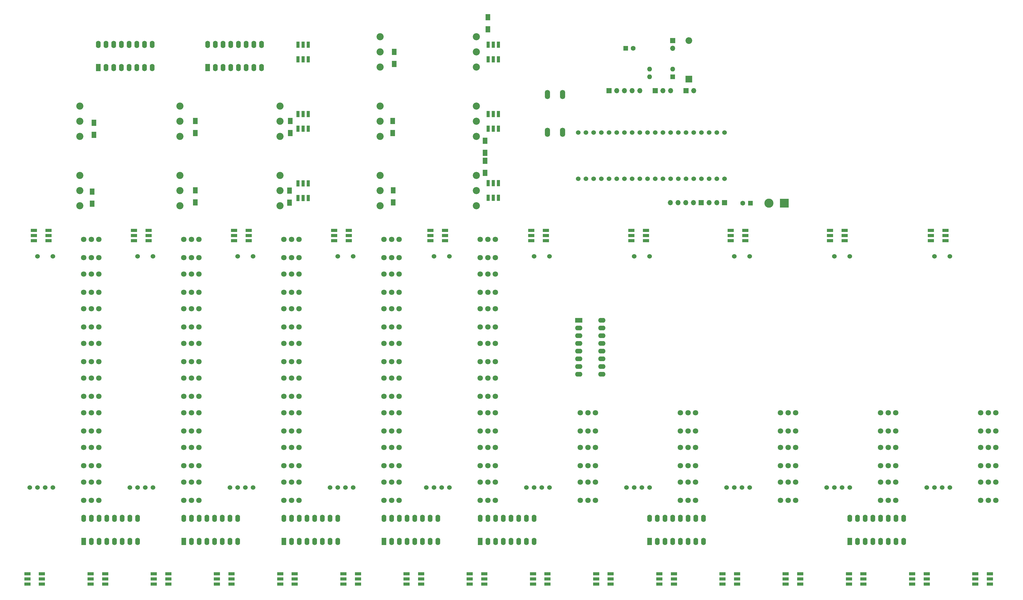
<source format=gbr>
G04 #@! TF.FileFunction,Soldermask,Top*
%FSLAX46Y46*%
G04 Gerber Fmt 4.6, Leading zero omitted, Abs format (unit mm)*
G04 Created by KiCad (PCBNEW 4.0.7) date 05/05/18 03:18:50*
%MOMM*%
%LPD*%
G01*
G04 APERTURE LIST*
%ADD10C,0.100000*%
%ADD11C,1.800000*%
%ADD12C,1.524000*%
%ADD13R,1.600000X2.400000*%
%ADD14O,1.600000X2.400000*%
%ADD15C,2.340000*%
%ADD16R,2.000000X1.100000*%
%ADD17R,1.600000X2.000000*%
%ADD18R,2.200000X2.200000*%
%ADD19O,2.200000X2.200000*%
%ADD20R,1.700000X1.700000*%
%ADD21O,1.700000X1.700000*%
%ADD22O,1.727200X3.048000*%
%ADD23R,1.600000X1.600000*%
%ADD24O,1.600000X1.600000*%
%ADD25R,2.400000X1.600000*%
%ADD26O,2.400000X1.600000*%
%ADD27R,1.100000X2.000000*%
%ADD28C,1.600000*%
%ADD29R,3.000000X3.000000*%
%ADD30C,3.000000*%
G04 APERTURE END LIST*
D10*
D11*
X195580000Y-137620000D03*
X198080000Y-137620000D03*
X193080000Y-137620000D03*
X193080000Y-131620000D03*
X195580000Y-131620000D03*
X198080000Y-131620000D03*
D12*
X82550000Y-201930000D03*
X85090000Y-201930000D03*
X80010000Y-201930000D03*
X77470000Y-201930000D03*
X85090000Y-125730000D03*
X80010000Y-125730000D03*
D13*
X67056000Y-63500000D03*
D14*
X84836000Y-55880000D03*
X69596000Y-63500000D03*
X82296000Y-55880000D03*
X72136000Y-63500000D03*
X79756000Y-55880000D03*
X74676000Y-63500000D03*
X77216000Y-55880000D03*
X77216000Y-63500000D03*
X74676000Y-55880000D03*
X79756000Y-63500000D03*
X72136000Y-55880000D03*
X82296000Y-63500000D03*
X69596000Y-55880000D03*
X84836000Y-63500000D03*
X67056000Y-55880000D03*
D12*
X49530000Y-201930000D03*
X52070000Y-201930000D03*
X46990000Y-201930000D03*
X44450000Y-201930000D03*
X52070000Y-125730000D03*
X46990000Y-125730000D03*
X115570000Y-201930000D03*
X118110000Y-201930000D03*
X113030000Y-201930000D03*
X110490000Y-201930000D03*
X118110000Y-125730000D03*
X113030000Y-125730000D03*
X148590000Y-201930000D03*
X151130000Y-201930000D03*
X146050000Y-201930000D03*
X143510000Y-201930000D03*
X151130000Y-125730000D03*
X146050000Y-125730000D03*
X180340000Y-201930000D03*
X182880000Y-201930000D03*
X177800000Y-201930000D03*
X175260000Y-201930000D03*
X182880000Y-125730000D03*
X177800000Y-125730000D03*
X213360000Y-201930000D03*
X215900000Y-201930000D03*
X210820000Y-201930000D03*
X208280000Y-201930000D03*
X215900000Y-125730000D03*
X210820000Y-125730000D03*
X246380000Y-201930000D03*
X248920000Y-201930000D03*
X243840000Y-201930000D03*
X241300000Y-201930000D03*
X248920000Y-125730000D03*
X243840000Y-125730000D03*
X279400000Y-201930000D03*
X281940000Y-201930000D03*
X276860000Y-201930000D03*
X274320000Y-201930000D03*
X281940000Y-125730000D03*
X276860000Y-125730000D03*
X312420000Y-201930000D03*
X314960000Y-201930000D03*
X309880000Y-201930000D03*
X307340000Y-201930000D03*
X314960000Y-125730000D03*
X309880000Y-125730000D03*
X345440000Y-201930000D03*
X347980000Y-201930000D03*
X342900000Y-201930000D03*
X340360000Y-201930000D03*
X347980000Y-125730000D03*
X342900000Y-125730000D03*
D15*
X93980000Y-109060000D03*
X93980000Y-104060000D03*
X93980000Y-99060000D03*
X93980000Y-86200000D03*
X93980000Y-81200000D03*
X93980000Y-76200000D03*
X127000000Y-109060000D03*
X127000000Y-104060000D03*
X127000000Y-99060000D03*
X127000000Y-86200000D03*
X127000000Y-81200000D03*
X127000000Y-76200000D03*
X160020000Y-109060000D03*
X160020000Y-104060000D03*
X160020000Y-99060000D03*
X160020000Y-63340000D03*
X160020000Y-58340000D03*
X160020000Y-53340000D03*
X160020000Y-86200000D03*
X160020000Y-81200000D03*
X160020000Y-76200000D03*
X191770000Y-109060000D03*
X191770000Y-104060000D03*
X191770000Y-99060000D03*
X191770000Y-63340000D03*
X191770000Y-58340000D03*
X191770000Y-53340000D03*
X191770000Y-86200000D03*
X191770000Y-81200000D03*
X191770000Y-76200000D03*
D16*
X346570000Y-120572000D03*
X346570000Y-118872000D03*
X346570000Y-117172000D03*
X341770000Y-117172000D03*
X341770000Y-118872000D03*
X341770000Y-120572000D03*
X313296000Y-120572000D03*
X313296000Y-118872000D03*
X313296000Y-117172000D03*
X308496000Y-117172000D03*
X308496000Y-118872000D03*
X308496000Y-120572000D03*
D15*
X60960000Y-109060000D03*
X60960000Y-104060000D03*
X60960000Y-99060000D03*
X60960000Y-86200000D03*
X60960000Y-81200000D03*
X60960000Y-76200000D03*
D11*
X64770000Y-126190000D03*
X67270000Y-126190000D03*
X62270000Y-126190000D03*
X62270000Y-120190000D03*
X64770000Y-120190000D03*
X67270000Y-120190000D03*
X64770000Y-137620000D03*
X67270000Y-137620000D03*
X62270000Y-137620000D03*
X62270000Y-131620000D03*
X64770000Y-131620000D03*
X67270000Y-131620000D03*
X64770000Y-149050000D03*
X67270000Y-149050000D03*
X62270000Y-149050000D03*
X62270000Y-143050000D03*
X64770000Y-143050000D03*
X67270000Y-143050000D03*
X64770000Y-160480000D03*
X67270000Y-160480000D03*
X62270000Y-160480000D03*
X62270000Y-154480000D03*
X64770000Y-154480000D03*
X67270000Y-154480000D03*
X64770000Y-171910000D03*
X67270000Y-171910000D03*
X62270000Y-171910000D03*
X62270000Y-165910000D03*
X64770000Y-165910000D03*
X67270000Y-165910000D03*
X64770000Y-183340000D03*
X67270000Y-183340000D03*
X62270000Y-183340000D03*
X62270000Y-177340000D03*
X64770000Y-177340000D03*
X67270000Y-177340000D03*
X64770000Y-194770000D03*
X67270000Y-194770000D03*
X62270000Y-194770000D03*
X62270000Y-188770000D03*
X64770000Y-188770000D03*
X67270000Y-188770000D03*
X64770000Y-206200000D03*
X67270000Y-206200000D03*
X62270000Y-206200000D03*
X62270000Y-200200000D03*
X64770000Y-200200000D03*
X67270000Y-200200000D03*
X97790000Y-126190000D03*
X100290000Y-126190000D03*
X95290000Y-126190000D03*
X95290000Y-120190000D03*
X97790000Y-120190000D03*
X100290000Y-120190000D03*
X97790000Y-137620000D03*
X100290000Y-137620000D03*
X95290000Y-137620000D03*
X95290000Y-131620000D03*
X97790000Y-131620000D03*
X100290000Y-131620000D03*
X97790000Y-149050000D03*
X100290000Y-149050000D03*
X95290000Y-149050000D03*
X95290000Y-143050000D03*
X97790000Y-143050000D03*
X100290000Y-143050000D03*
X97790000Y-160480000D03*
X100290000Y-160480000D03*
X95290000Y-160480000D03*
X95290000Y-154480000D03*
X97790000Y-154480000D03*
X100290000Y-154480000D03*
X97790000Y-171910000D03*
X100290000Y-171910000D03*
X95290000Y-171910000D03*
X95290000Y-165910000D03*
X97790000Y-165910000D03*
X100290000Y-165910000D03*
X97790000Y-183340000D03*
X100290000Y-183340000D03*
X95290000Y-183340000D03*
X95290000Y-177340000D03*
X97790000Y-177340000D03*
X100290000Y-177340000D03*
X97790000Y-194770000D03*
X100290000Y-194770000D03*
X95290000Y-194770000D03*
X95290000Y-188770000D03*
X97790000Y-188770000D03*
X100290000Y-188770000D03*
X97790000Y-206200000D03*
X100290000Y-206200000D03*
X95290000Y-206200000D03*
X95290000Y-200200000D03*
X97790000Y-200200000D03*
X100290000Y-200200000D03*
X130810000Y-126190000D03*
X133310000Y-126190000D03*
X128310000Y-126190000D03*
X128310000Y-120190000D03*
X130810000Y-120190000D03*
X133310000Y-120190000D03*
X130810000Y-137620000D03*
X133310000Y-137620000D03*
X128310000Y-137620000D03*
X128310000Y-131620000D03*
X130810000Y-131620000D03*
X133310000Y-131620000D03*
X130810000Y-149050000D03*
X133310000Y-149050000D03*
X128310000Y-149050000D03*
X128310000Y-143050000D03*
X130810000Y-143050000D03*
X133310000Y-143050000D03*
X130810000Y-160480000D03*
X133310000Y-160480000D03*
X128310000Y-160480000D03*
X128310000Y-154480000D03*
X130810000Y-154480000D03*
X133310000Y-154480000D03*
X130810000Y-171910000D03*
X133310000Y-171910000D03*
X128310000Y-171910000D03*
X128310000Y-165910000D03*
X130810000Y-165910000D03*
X133310000Y-165910000D03*
X130810000Y-183340000D03*
X133310000Y-183340000D03*
X128310000Y-183340000D03*
X128310000Y-177340000D03*
X130810000Y-177340000D03*
X133310000Y-177340000D03*
X130810000Y-194770000D03*
X133310000Y-194770000D03*
X128310000Y-194770000D03*
X128310000Y-188770000D03*
X130810000Y-188770000D03*
X133310000Y-188770000D03*
X130810000Y-206200000D03*
X133310000Y-206200000D03*
X128310000Y-206200000D03*
X128310000Y-200200000D03*
X130810000Y-200200000D03*
X133310000Y-200200000D03*
X163830000Y-126190000D03*
X166330000Y-126190000D03*
X161330000Y-126190000D03*
X161330000Y-120190000D03*
X163830000Y-120190000D03*
X166330000Y-120190000D03*
X163830000Y-137620000D03*
X166330000Y-137620000D03*
X161330000Y-137620000D03*
X161330000Y-131620000D03*
X163830000Y-131620000D03*
X166330000Y-131620000D03*
X163830000Y-149050000D03*
X166330000Y-149050000D03*
X161330000Y-149050000D03*
X161330000Y-143050000D03*
X163830000Y-143050000D03*
X166330000Y-143050000D03*
X163830000Y-160480000D03*
X166330000Y-160480000D03*
X161330000Y-160480000D03*
X161330000Y-154480000D03*
X163830000Y-154480000D03*
X166330000Y-154480000D03*
X163830000Y-171910000D03*
X166330000Y-171910000D03*
X161330000Y-171910000D03*
X161330000Y-165910000D03*
X163830000Y-165910000D03*
X166330000Y-165910000D03*
X163830000Y-183340000D03*
X166330000Y-183340000D03*
X161330000Y-183340000D03*
X161330000Y-177340000D03*
X163830000Y-177340000D03*
X166330000Y-177340000D03*
X163830000Y-194770000D03*
X166330000Y-194770000D03*
X161330000Y-194770000D03*
X161330000Y-188770000D03*
X163830000Y-188770000D03*
X166330000Y-188770000D03*
X163830000Y-206200000D03*
X166330000Y-206200000D03*
X161330000Y-206200000D03*
X161330000Y-200200000D03*
X163830000Y-200200000D03*
X166330000Y-200200000D03*
X195580000Y-126190000D03*
X198080000Y-126190000D03*
X193080000Y-126190000D03*
X193080000Y-120190000D03*
X195580000Y-120190000D03*
X198080000Y-120190000D03*
X195580000Y-149050000D03*
X198080000Y-149050000D03*
X193080000Y-149050000D03*
X193080000Y-143050000D03*
X195580000Y-143050000D03*
X198080000Y-143050000D03*
X195580000Y-160480000D03*
X198080000Y-160480000D03*
X193080000Y-160480000D03*
X193080000Y-154480000D03*
X195580000Y-154480000D03*
X198080000Y-154480000D03*
X195580000Y-171910000D03*
X198080000Y-171910000D03*
X193080000Y-171910000D03*
X193080000Y-165910000D03*
X195580000Y-165910000D03*
X198080000Y-165910000D03*
X195580000Y-183340000D03*
X198080000Y-183340000D03*
X193080000Y-183340000D03*
X193080000Y-177340000D03*
X195580000Y-177340000D03*
X198080000Y-177340000D03*
X195580000Y-194770000D03*
X198080000Y-194770000D03*
X193080000Y-194770000D03*
X193080000Y-188770000D03*
X195580000Y-188770000D03*
X198080000Y-188770000D03*
X195580000Y-206200000D03*
X198080000Y-206200000D03*
X193080000Y-206200000D03*
X193080000Y-200200000D03*
X195580000Y-200200000D03*
X198080000Y-200200000D03*
X228600000Y-183340000D03*
X231100000Y-183340000D03*
X226100000Y-183340000D03*
X226100000Y-177340000D03*
X228600000Y-177340000D03*
X231100000Y-177340000D03*
X228600000Y-194770000D03*
X231100000Y-194770000D03*
X226100000Y-194770000D03*
X226100000Y-188770000D03*
X228600000Y-188770000D03*
X231100000Y-188770000D03*
X228600000Y-206200000D03*
X231100000Y-206200000D03*
X226100000Y-206200000D03*
X226100000Y-200200000D03*
X228600000Y-200200000D03*
X231100000Y-200200000D03*
X261620000Y-183340000D03*
X264120000Y-183340000D03*
X259120000Y-183340000D03*
X259120000Y-177340000D03*
X261620000Y-177340000D03*
X264120000Y-177340000D03*
X261620000Y-194770000D03*
X264120000Y-194770000D03*
X259120000Y-194770000D03*
X259120000Y-188770000D03*
X261620000Y-188770000D03*
X264120000Y-188770000D03*
X261620000Y-206200000D03*
X264120000Y-206200000D03*
X259120000Y-206200000D03*
X259120000Y-200200000D03*
X261620000Y-200200000D03*
X264120000Y-200200000D03*
X294640000Y-183340000D03*
X297140000Y-183340000D03*
X292140000Y-183340000D03*
X292140000Y-177340000D03*
X294640000Y-177340000D03*
X297140000Y-177340000D03*
X294640000Y-194770000D03*
X297140000Y-194770000D03*
X292140000Y-194770000D03*
X292140000Y-188770000D03*
X294640000Y-188770000D03*
X297140000Y-188770000D03*
X294640000Y-206200000D03*
X297140000Y-206200000D03*
X292140000Y-206200000D03*
X292140000Y-200200000D03*
X294640000Y-200200000D03*
X297140000Y-200200000D03*
X327660000Y-183340000D03*
X330160000Y-183340000D03*
X325160000Y-183340000D03*
X325160000Y-177340000D03*
X327660000Y-177340000D03*
X330160000Y-177340000D03*
X327660000Y-194770000D03*
X330160000Y-194770000D03*
X325160000Y-194770000D03*
X325160000Y-188770000D03*
X327660000Y-188770000D03*
X330160000Y-188770000D03*
X327660000Y-206200000D03*
X330160000Y-206200000D03*
X325160000Y-206200000D03*
X325160000Y-200200000D03*
X327660000Y-200200000D03*
X330160000Y-200200000D03*
X360680000Y-183340000D03*
X363180000Y-183340000D03*
X358180000Y-183340000D03*
X358180000Y-177340000D03*
X360680000Y-177340000D03*
X363180000Y-177340000D03*
X360680000Y-194770000D03*
X363180000Y-194770000D03*
X358180000Y-194770000D03*
X358180000Y-188770000D03*
X360680000Y-188770000D03*
X363180000Y-188770000D03*
X360680000Y-206200000D03*
X363180000Y-206200000D03*
X358180000Y-206200000D03*
X358180000Y-200200000D03*
X360680000Y-200200000D03*
X363180000Y-200200000D03*
D17*
X65024000Y-108394000D03*
X65024000Y-104394000D03*
X65659000Y-85693000D03*
X65659000Y-81693000D03*
X99060000Y-108013000D03*
X99060000Y-104013000D03*
X99060000Y-85153000D03*
X99060000Y-81153000D03*
X130175000Y-108077000D03*
X130175000Y-104077000D03*
X130429000Y-85153000D03*
X130429000Y-81153000D03*
X164338000Y-108013000D03*
X164338000Y-104013000D03*
X164211000Y-85153000D03*
X164211000Y-81153000D03*
X164719000Y-62357000D03*
X164719000Y-58357000D03*
X194691000Y-94266000D03*
X194691000Y-98266000D03*
X194691000Y-91662000D03*
X194691000Y-87662000D03*
X195580000Y-46927000D03*
X195580000Y-50927000D03*
D18*
X261874000Y-67310000D03*
D19*
X261874000Y-54610000D03*
D20*
X265938000Y-108077000D03*
D21*
X263398000Y-108077000D03*
X260858000Y-108077000D03*
X258318000Y-108077000D03*
X255778000Y-108077000D03*
D20*
X273685000Y-108077000D03*
D21*
X271145000Y-108077000D03*
X268605000Y-108077000D03*
D20*
X235585000Y-71120000D03*
D21*
X238125000Y-71120000D03*
X240665000Y-71120000D03*
X243205000Y-71120000D03*
X245745000Y-71120000D03*
D20*
X260985000Y-71120000D03*
D21*
X263525000Y-71120000D03*
D20*
X250825000Y-71120000D03*
D21*
X253365000Y-71120000D03*
X255905000Y-71120000D03*
D20*
X256540000Y-54610000D03*
D21*
X256540000Y-57150000D03*
D22*
X215218000Y-72390000D03*
X220218000Y-72390000D03*
X215218000Y-84890000D03*
X220218000Y-84890000D03*
D23*
X256540000Y-66548000D03*
D24*
X248920000Y-64008000D03*
X256540000Y-64008000D03*
X248920000Y-66548000D03*
D12*
X225428000Y-100206000D03*
X227968000Y-100206000D03*
X230508000Y-100206000D03*
X233048000Y-100206000D03*
X235588000Y-100206000D03*
X238128000Y-100206000D03*
X240668000Y-100206000D03*
X243208000Y-100206000D03*
X245748000Y-100206000D03*
X248288000Y-100206000D03*
X250828000Y-100206000D03*
X253368000Y-100206000D03*
X255908000Y-100206000D03*
X258448000Y-100206000D03*
X260988000Y-100206000D03*
X263528000Y-100206000D03*
X266068000Y-100206000D03*
X268608000Y-100206000D03*
X271148000Y-100206000D03*
X273688000Y-100206000D03*
X273688000Y-84966000D03*
X271148000Y-84966000D03*
X268608000Y-84966000D03*
X266068000Y-84966000D03*
X263528000Y-84966000D03*
X260988000Y-84966000D03*
X258448000Y-84966000D03*
X255908000Y-84966000D03*
X253368000Y-84966000D03*
X250828000Y-84966000D03*
X248288000Y-84966000D03*
X245748000Y-84966000D03*
X243208000Y-84966000D03*
X240668000Y-84966000D03*
X238128000Y-84966000D03*
X235588000Y-84966000D03*
X233048000Y-84966000D03*
X230508000Y-84966000D03*
X227968000Y-84966000D03*
X225428000Y-84966000D03*
D25*
X225552000Y-146812000D03*
D26*
X233172000Y-164592000D03*
X225552000Y-149352000D03*
X233172000Y-162052000D03*
X225552000Y-151892000D03*
X233172000Y-159512000D03*
X225552000Y-154432000D03*
X233172000Y-156972000D03*
X225552000Y-156972000D03*
X233172000Y-154432000D03*
X225552000Y-159512000D03*
X233172000Y-151892000D03*
X225552000Y-162052000D03*
X233172000Y-149352000D03*
X225552000Y-164592000D03*
X233172000Y-146812000D03*
D13*
X103124000Y-63500000D03*
D14*
X120904000Y-55880000D03*
X105664000Y-63500000D03*
X118364000Y-55880000D03*
X108204000Y-63500000D03*
X115824000Y-55880000D03*
X110744000Y-63500000D03*
X113284000Y-55880000D03*
X113284000Y-63500000D03*
X110744000Y-55880000D03*
X115824000Y-63500000D03*
X108204000Y-55880000D03*
X118364000Y-63500000D03*
X105664000Y-55880000D03*
X120904000Y-63500000D03*
X103124000Y-55880000D03*
D13*
X62230000Y-219710000D03*
D14*
X80010000Y-212090000D03*
X64770000Y-219710000D03*
X77470000Y-212090000D03*
X67310000Y-219710000D03*
X74930000Y-212090000D03*
X69850000Y-219710000D03*
X72390000Y-212090000D03*
X72390000Y-219710000D03*
X69850000Y-212090000D03*
X74930000Y-219710000D03*
X67310000Y-212090000D03*
X77470000Y-219710000D03*
X64770000Y-212090000D03*
X80010000Y-219710000D03*
X62230000Y-212090000D03*
D13*
X95250000Y-219710000D03*
D14*
X113030000Y-212090000D03*
X97790000Y-219710000D03*
X110490000Y-212090000D03*
X100330000Y-219710000D03*
X107950000Y-212090000D03*
X102870000Y-219710000D03*
X105410000Y-212090000D03*
X105410000Y-219710000D03*
X102870000Y-212090000D03*
X107950000Y-219710000D03*
X100330000Y-212090000D03*
X110490000Y-219710000D03*
X97790000Y-212090000D03*
X113030000Y-219710000D03*
X95250000Y-212090000D03*
D13*
X128270000Y-219710000D03*
D14*
X146050000Y-212090000D03*
X130810000Y-219710000D03*
X143510000Y-212090000D03*
X133350000Y-219710000D03*
X140970000Y-212090000D03*
X135890000Y-219710000D03*
X138430000Y-212090000D03*
X138430000Y-219710000D03*
X135890000Y-212090000D03*
X140970000Y-219710000D03*
X133350000Y-212090000D03*
X143510000Y-219710000D03*
X130810000Y-212090000D03*
X146050000Y-219710000D03*
X128270000Y-212090000D03*
D13*
X161290000Y-219710000D03*
D14*
X179070000Y-212090000D03*
X163830000Y-219710000D03*
X176530000Y-212090000D03*
X166370000Y-219710000D03*
X173990000Y-212090000D03*
X168910000Y-219710000D03*
X171450000Y-212090000D03*
X171450000Y-219710000D03*
X168910000Y-212090000D03*
X173990000Y-219710000D03*
X166370000Y-212090000D03*
X176530000Y-219710000D03*
X163830000Y-212090000D03*
X179070000Y-219710000D03*
X161290000Y-212090000D03*
D13*
X193040000Y-219710000D03*
D14*
X210820000Y-212090000D03*
X195580000Y-219710000D03*
X208280000Y-212090000D03*
X198120000Y-219710000D03*
X205740000Y-212090000D03*
X200660000Y-219710000D03*
X203200000Y-212090000D03*
X203200000Y-219710000D03*
X200660000Y-212090000D03*
X205740000Y-219710000D03*
X198120000Y-212090000D03*
X208280000Y-219710000D03*
X195580000Y-212090000D03*
X210820000Y-219710000D03*
X193040000Y-212090000D03*
D13*
X248920000Y-219710000D03*
D14*
X266700000Y-212090000D03*
X251460000Y-219710000D03*
X264160000Y-212090000D03*
X254000000Y-219710000D03*
X261620000Y-212090000D03*
X256540000Y-219710000D03*
X259080000Y-212090000D03*
X259080000Y-219710000D03*
X256540000Y-212090000D03*
X261620000Y-219710000D03*
X254000000Y-212090000D03*
X264160000Y-219710000D03*
X251460000Y-212090000D03*
X266700000Y-219710000D03*
X248920000Y-212090000D03*
D13*
X314960000Y-219710000D03*
D14*
X332740000Y-212090000D03*
X317500000Y-219710000D03*
X330200000Y-212090000D03*
X320040000Y-219710000D03*
X327660000Y-212090000D03*
X322580000Y-219710000D03*
X325120000Y-212090000D03*
X325120000Y-219710000D03*
X322580000Y-212090000D03*
X327660000Y-219710000D03*
X320040000Y-212090000D03*
X330200000Y-219710000D03*
X317500000Y-212090000D03*
X332740000Y-219710000D03*
X314960000Y-212090000D03*
D27*
X132920000Y-83680000D03*
X134620000Y-83680000D03*
X136320000Y-83680000D03*
X136320000Y-78880000D03*
X134620000Y-78880000D03*
X132920000Y-78880000D03*
X132920000Y-60820000D03*
X134620000Y-60820000D03*
X136320000Y-60820000D03*
X136320000Y-56020000D03*
X134620000Y-56020000D03*
X132920000Y-56020000D03*
D16*
X116700000Y-120572000D03*
X116700000Y-118872000D03*
X116700000Y-117172000D03*
X111900000Y-117172000D03*
X111900000Y-118872000D03*
X111900000Y-120572000D03*
X83680000Y-120572000D03*
X83680000Y-118872000D03*
X83680000Y-117172000D03*
X78880000Y-117172000D03*
X78880000Y-118872000D03*
X78880000Y-120572000D03*
X50660000Y-120572000D03*
X50660000Y-118872000D03*
X50660000Y-117172000D03*
X45860000Y-117172000D03*
X45860000Y-118872000D03*
X45860000Y-120572000D03*
X280530000Y-120572000D03*
X280530000Y-118872000D03*
X280530000Y-117172000D03*
X275730000Y-117172000D03*
X275730000Y-118872000D03*
X275730000Y-120572000D03*
X247764000Y-120572000D03*
X247764000Y-118872000D03*
X247764000Y-117172000D03*
X242964000Y-117172000D03*
X242964000Y-118872000D03*
X242964000Y-120572000D03*
X214744000Y-120572000D03*
X214744000Y-118872000D03*
X214744000Y-117172000D03*
X209944000Y-117172000D03*
X209944000Y-118872000D03*
X209944000Y-120572000D03*
D27*
X195658000Y-106426000D03*
X197358000Y-106426000D03*
X199058000Y-106426000D03*
X199058000Y-101626000D03*
X197358000Y-101626000D03*
X195658000Y-101626000D03*
X195658000Y-83680000D03*
X197358000Y-83680000D03*
X199058000Y-83680000D03*
X199058000Y-78880000D03*
X197358000Y-78880000D03*
X195658000Y-78880000D03*
X195658000Y-60820000D03*
X197358000Y-60820000D03*
X199058000Y-60820000D03*
X199058000Y-56020000D03*
X197358000Y-56020000D03*
X195658000Y-56020000D03*
D16*
X181470000Y-120572000D03*
X181470000Y-118872000D03*
X181470000Y-117172000D03*
X176670000Y-117172000D03*
X176670000Y-118872000D03*
X176670000Y-120572000D03*
X149720000Y-120572000D03*
X149720000Y-118872000D03*
X149720000Y-117172000D03*
X144920000Y-117172000D03*
X144920000Y-118872000D03*
X144920000Y-120572000D03*
D27*
X132920000Y-106540000D03*
X134620000Y-106540000D03*
X136320000Y-106540000D03*
X136320000Y-101740000D03*
X134620000Y-101740000D03*
X132920000Y-101740000D03*
D16*
X43678817Y-230378000D03*
X43678817Y-232078000D03*
X43678817Y-233778000D03*
X48478817Y-233778000D03*
X48478817Y-232078000D03*
X48478817Y-230378000D03*
X64526095Y-230378000D03*
X64526095Y-232078000D03*
X64526095Y-233778000D03*
X69326095Y-233778000D03*
X69326095Y-232078000D03*
X69326095Y-230378000D03*
X85373373Y-230378000D03*
X85373373Y-232078000D03*
X85373373Y-233778000D03*
X90173373Y-233778000D03*
X90173373Y-232078000D03*
X90173373Y-230378000D03*
X106220651Y-230378000D03*
X106220651Y-232078000D03*
X106220651Y-233778000D03*
X111020651Y-233778000D03*
X111020651Y-232078000D03*
X111020651Y-230378000D03*
X127067929Y-230378000D03*
X127067929Y-232078000D03*
X127067929Y-233778000D03*
X131867929Y-233778000D03*
X131867929Y-232078000D03*
X131867929Y-230378000D03*
X147915207Y-230378000D03*
X147915207Y-232078000D03*
X147915207Y-233778000D03*
X152715207Y-233778000D03*
X152715207Y-232078000D03*
X152715207Y-230378000D03*
X168762485Y-230378000D03*
X168762485Y-232078000D03*
X168762485Y-233778000D03*
X173562485Y-233778000D03*
X173562485Y-232078000D03*
X173562485Y-230378000D03*
X189609763Y-230378000D03*
X189609763Y-232078000D03*
X189609763Y-233778000D03*
X194409763Y-233778000D03*
X194409763Y-232078000D03*
X194409763Y-230378000D03*
X210457041Y-230378000D03*
X210457041Y-232078000D03*
X210457041Y-233778000D03*
X215257041Y-233778000D03*
X215257041Y-232078000D03*
X215257041Y-230378000D03*
X231304319Y-230378000D03*
X231304319Y-232078000D03*
X231304319Y-233778000D03*
X236104319Y-233778000D03*
X236104319Y-232078000D03*
X236104319Y-230378000D03*
X252151597Y-230378000D03*
X252151597Y-232078000D03*
X252151597Y-233778000D03*
X256951597Y-233778000D03*
X256951597Y-232078000D03*
X256951597Y-230378000D03*
X272998875Y-230378000D03*
X272998875Y-232078000D03*
X272998875Y-233778000D03*
X277798875Y-233778000D03*
X277798875Y-232078000D03*
X277798875Y-230378000D03*
X293846153Y-230378000D03*
X293846153Y-232078000D03*
X293846153Y-233778000D03*
X298646153Y-233778000D03*
X298646153Y-232078000D03*
X298646153Y-230378000D03*
X314693431Y-230378000D03*
X314693431Y-232078000D03*
X314693431Y-233778000D03*
X319493431Y-233778000D03*
X319493431Y-232078000D03*
X319493431Y-230378000D03*
X335540709Y-230378000D03*
X335540709Y-232078000D03*
X335540709Y-233778000D03*
X340340709Y-233778000D03*
X340340709Y-232078000D03*
X340340709Y-230378000D03*
X356387987Y-230378000D03*
X356387987Y-232078000D03*
X356387987Y-233778000D03*
X361187987Y-233778000D03*
X361187987Y-232078000D03*
X361187987Y-230378000D03*
D23*
X282194000Y-108204000D03*
D28*
X279694000Y-108204000D03*
D23*
X241046000Y-57150000D03*
D28*
X243546000Y-57150000D03*
D29*
X293370000Y-108204000D03*
D30*
X288290000Y-108204000D03*
M02*

</source>
